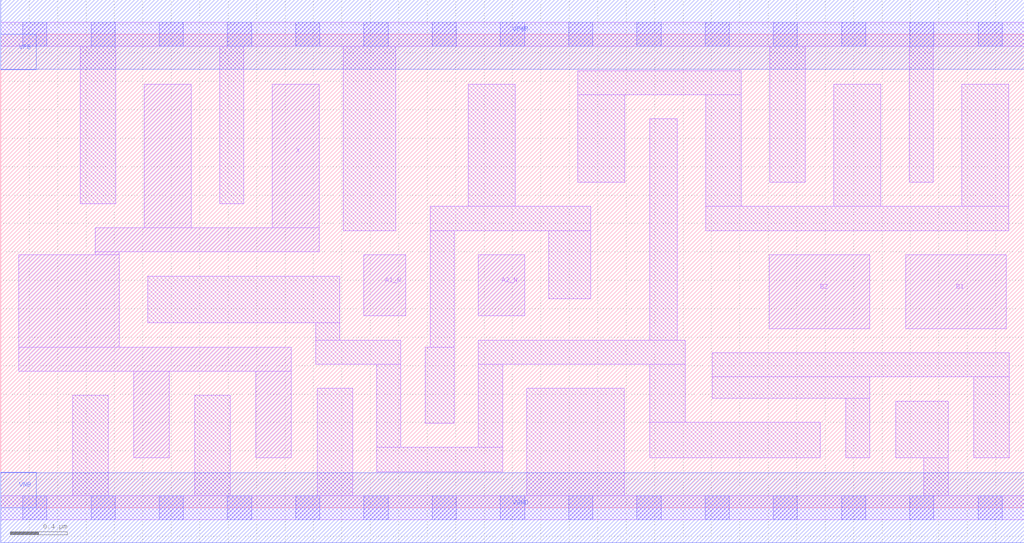
<source format=lef>
# Copyright 2020 The SkyWater PDK Authors
#
# Licensed under the Apache License, Version 2.0 (the "License");
# you may not use this file except in compliance with the License.
# You may obtain a copy of the License at
#
#     https://www.apache.org/licenses/LICENSE-2.0
#
# Unless required by applicable law or agreed to in writing, software
# distributed under the License is distributed on an "AS IS" BASIS,
# WITHOUT WARRANTIES OR CONDITIONS OF ANY KIND, either express or implied.
# See the License for the specific language governing permissions and
# limitations under the License.
#
# SPDX-License-Identifier: Apache-2.0

VERSION 5.5 ;
NAMESCASESENSITIVE ON ;
BUSBITCHARS "[]" ;
DIVIDERCHAR "/" ;
MACRO sky130_fd_sc_hs__a2bb2o_4
  CLASS CORE ;
  SOURCE USER ;
  ORIGIN  0.000000  0.000000 ;
  SIZE  7.200000 BY  3.330000 ;
  SYMMETRY X Y ;
  SITE unit ;
  PIN A1_N
    ANTENNAGATEAREA  0.264000 ;
    DIRECTION INPUT ;
    USE SIGNAL ;
    PORT
      LAYER li1 ;
        RECT 2.555000 1.350000 2.850000 1.780000 ;
    END
  END A1_N
  PIN A2_N
    ANTENNAGATEAREA  0.264000 ;
    DIRECTION INPUT ;
    USE SIGNAL ;
    PORT
      LAYER li1 ;
        RECT 3.360000 1.350000 3.685000 1.780000 ;
    END
  END A2_N
  PIN B1
    ANTENNAGATEAREA  0.492000 ;
    DIRECTION INPUT ;
    USE SIGNAL ;
    PORT
      LAYER li1 ;
        RECT 6.365000 1.260000 7.075000 1.780000 ;
    END
  END B1
  PIN B2
    ANTENNAGATEAREA  0.492000 ;
    DIRECTION INPUT ;
    USE SIGNAL ;
    PORT
      LAYER li1 ;
        RECT 5.405000 1.260000 6.115000 1.780000 ;
    END
  END B2
  PIN X
    ANTENNADIFFAREA  1.086400 ;
    DIRECTION OUTPUT ;
    USE SIGNAL ;
    PORT
      LAYER li1 ;
        RECT 0.125000 0.960000 2.045000 1.130000 ;
        RECT 0.125000 1.130000 0.835000 1.780000 ;
        RECT 0.665000 1.780000 0.835000 1.800000 ;
        RECT 0.665000 1.800000 2.240000 1.970000 ;
        RECT 0.935000 0.350000 1.185000 0.960000 ;
        RECT 1.010000 1.970000 1.340000 2.980000 ;
        RECT 1.795000 0.350000 2.045000 0.960000 ;
        RECT 1.910000 1.970000 2.240000 2.980000 ;
    END
  END X
  PIN VGND
    DIRECTION INOUT ;
    USE GROUND ;
    PORT
      LAYER met1 ;
        RECT 0.000000 -0.245000 7.200000 0.245000 ;
    END
  END VGND
  PIN VNB
    DIRECTION INOUT ;
    USE GROUND ;
    PORT
      LAYER met1 ;
        RECT 0.000000 0.000000 0.250000 0.250000 ;
    END
  END VNB
  PIN VPB
    DIRECTION INOUT ;
    USE POWER ;
    PORT
      LAYER met1 ;
        RECT 0.000000 3.080000 0.250000 3.330000 ;
    END
  END VPB
  PIN VPWR
    DIRECTION INOUT ;
    USE POWER ;
    PORT
      LAYER met1 ;
        RECT 0.000000 3.085000 7.200000 3.575000 ;
    END
  END VPWR
  OBS
    LAYER li1 ;
      RECT 0.000000 -0.085000 7.200000 0.085000 ;
      RECT 0.000000  3.245000 7.200000 3.415000 ;
      RECT 0.505000  0.085000 0.755000 0.790000 ;
      RECT 0.560000  2.140000 0.810000 3.245000 ;
      RECT 1.035000  1.300000 2.385000 1.630000 ;
      RECT 1.365000  0.085000 1.615000 0.790000 ;
      RECT 1.540000  2.140000 1.710000 3.245000 ;
      RECT 2.215000  1.010000 2.815000 1.180000 ;
      RECT 2.215000  1.180000 2.385000 1.300000 ;
      RECT 2.225000  0.085000 2.475000 0.840000 ;
      RECT 2.410000  1.950000 2.780000 3.245000 ;
      RECT 2.645000  0.255000 3.530000 0.425000 ;
      RECT 2.645000  0.425000 2.815000 1.010000 ;
      RECT 2.985000  0.595000 3.190000 1.130000 ;
      RECT 3.020000  1.130000 3.190000 1.950000 ;
      RECT 3.020000  1.950000 4.150000 2.120000 ;
      RECT 3.290000  2.120000 3.620000 2.980000 ;
      RECT 3.360000  0.425000 3.530000 1.010000 ;
      RECT 3.360000  1.010000 4.815000 1.180000 ;
      RECT 3.700000  0.085000 4.385000 0.840000 ;
      RECT 3.855000  1.470000 4.150000 1.950000 ;
      RECT 4.060000  2.290000 4.390000 2.905000 ;
      RECT 4.060000  2.905000 5.210000 3.075000 ;
      RECT 4.565000  0.350000 5.765000 0.600000 ;
      RECT 4.565000  0.600000 4.815000 1.010000 ;
      RECT 4.565000  1.180000 4.760000 2.735000 ;
      RECT 4.960000  1.950000 7.090000 2.120000 ;
      RECT 4.960000  2.120000 5.210000 2.905000 ;
      RECT 5.005000  0.770000 6.115000 0.920000 ;
      RECT 5.005000  0.920000 7.095000 1.090000 ;
      RECT 5.410000  2.290000 5.660000 3.245000 ;
      RECT 5.860000  2.120000 6.190000 2.980000 ;
      RECT 5.945000  0.350000 6.115000 0.770000 ;
      RECT 6.295000  0.350000 6.665000 0.750000 ;
      RECT 6.390000  2.290000 6.560000 3.245000 ;
      RECT 6.495000  0.085000 6.665000 0.350000 ;
      RECT 6.760000  2.120000 7.090000 2.980000 ;
      RECT 6.845000  0.350000 7.095000 0.920000 ;
    LAYER mcon ;
      RECT 0.155000 -0.085000 0.325000 0.085000 ;
      RECT 0.155000  3.245000 0.325000 3.415000 ;
      RECT 0.635000 -0.085000 0.805000 0.085000 ;
      RECT 0.635000  3.245000 0.805000 3.415000 ;
      RECT 1.115000 -0.085000 1.285000 0.085000 ;
      RECT 1.115000  3.245000 1.285000 3.415000 ;
      RECT 1.595000 -0.085000 1.765000 0.085000 ;
      RECT 1.595000  3.245000 1.765000 3.415000 ;
      RECT 2.075000 -0.085000 2.245000 0.085000 ;
      RECT 2.075000  3.245000 2.245000 3.415000 ;
      RECT 2.555000 -0.085000 2.725000 0.085000 ;
      RECT 2.555000  3.245000 2.725000 3.415000 ;
      RECT 3.035000 -0.085000 3.205000 0.085000 ;
      RECT 3.035000  3.245000 3.205000 3.415000 ;
      RECT 3.515000 -0.085000 3.685000 0.085000 ;
      RECT 3.515000  3.245000 3.685000 3.415000 ;
      RECT 3.995000 -0.085000 4.165000 0.085000 ;
      RECT 3.995000  3.245000 4.165000 3.415000 ;
      RECT 4.475000 -0.085000 4.645000 0.085000 ;
      RECT 4.475000  3.245000 4.645000 3.415000 ;
      RECT 4.955000 -0.085000 5.125000 0.085000 ;
      RECT 4.955000  3.245000 5.125000 3.415000 ;
      RECT 5.435000 -0.085000 5.605000 0.085000 ;
      RECT 5.435000  3.245000 5.605000 3.415000 ;
      RECT 5.915000 -0.085000 6.085000 0.085000 ;
      RECT 5.915000  3.245000 6.085000 3.415000 ;
      RECT 6.395000 -0.085000 6.565000 0.085000 ;
      RECT 6.395000  3.245000 6.565000 3.415000 ;
      RECT 6.875000 -0.085000 7.045000 0.085000 ;
      RECT 6.875000  3.245000 7.045000 3.415000 ;
  END
END sky130_fd_sc_hs__a2bb2o_4
END LIBRARY

</source>
